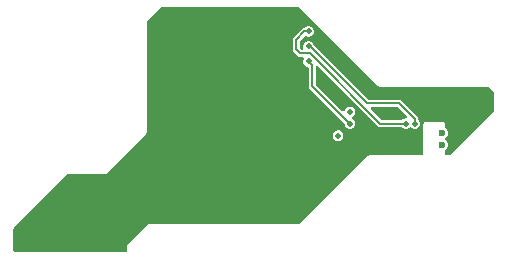
<source format=gbr>
%TF.GenerationSoftware,KiCad,Pcbnew,8.99.0-unknown-4e8e14ae3a~177~ubuntu22.04.1*%
%TF.CreationDate,2024-03-17T17:43:00+10:00*%
%TF.ProjectId,MXBreakout,4d584272-6561-46b6-9f75-742e6b696361,rev?*%
%TF.SameCoordinates,Original*%
%TF.FileFunction,Copper,L2,Bot*%
%TF.FilePolarity,Positive*%
%FSLAX46Y46*%
G04 Gerber Fmt 4.6, Leading zero omitted, Abs format (unit mm)*
G04 Created by KiCad (PCBNEW 8.99.0-unknown-4e8e14ae3a~177~ubuntu22.04.1) date 2024-03-17 17:43:00*
%MOMM*%
%LPD*%
G01*
G04 APERTURE LIST*
%TA.AperFunction,ComponentPad*%
%ADD10C,0.500000*%
%TD*%
%TA.AperFunction,ComponentPad*%
%ADD11C,0.600000*%
%TD*%
%TA.AperFunction,ViaPad*%
%ADD12C,0.800000*%
%TD*%
%TA.AperFunction,ViaPad*%
%ADD13C,0.500000*%
%TD*%
%TA.AperFunction,ViaPad*%
%ADD14C,0.600000*%
%TD*%
%TA.AperFunction,Conductor*%
%ADD15C,0.200000*%
%TD*%
G04 APERTURE END LIST*
D10*
%TO.P,TP4,1,1*%
%TO.N,/DATA0*%
X74000000Y-54000000D03*
%TD*%
%TO.P,TP3,1,1*%
%TO.N,GND*%
X84100000Y-52625000D03*
%TD*%
%TO.P,TP11,1,1*%
%TO.N,Net-(U10-RST)*%
X74000000Y-53025000D03*
%TD*%
%TO.P,TP3,1,1*%
%TO.N,GND*%
X85600000Y-52625000D03*
%TD*%
%TO.P,TP6,1,1*%
%TO.N,/DATA2*%
X78750000Y-54000000D03*
%TD*%
%TO.P,TP7,1,1*%
%TO.N,/DATA3*%
X73000000Y-55025000D03*
%TD*%
D11*
%TO.P,REF\u002A\u002A,1*%
%TO.N,GND*%
X46500000Y-64300000D03*
%TD*%
D10*
%TO.P,TP5,1,1*%
%TO.N,/DATA1*%
X79500000Y-54000000D03*
%TD*%
D12*
%TO.N,GND*%
X65000000Y-56525000D03*
X72500000Y-56525000D03*
X50000000Y-61525000D03*
X62500000Y-56525000D03*
X75000000Y-56525000D03*
X52500000Y-61525000D03*
X62500000Y-51525000D03*
X80000000Y-51525000D03*
X62500000Y-61525000D03*
X65000000Y-51525000D03*
X52500000Y-59025000D03*
X64999203Y-61524203D03*
X50000000Y-59025000D03*
X62500000Y-59025000D03*
X62500000Y-46525000D03*
X65000000Y-46525000D03*
X62500000Y-49025000D03*
X65000000Y-49025000D03*
X65000000Y-54025000D03*
X47500000Y-64025000D03*
X65000000Y-59025000D03*
X82500000Y-51525000D03*
X72500000Y-59025000D03*
X62500000Y-54025000D03*
X47500000Y-61525000D03*
X77500000Y-51525000D03*
D13*
%TO.N,/DATA0*%
X70500000Y-48750000D03*
%TO.N,/DATA1*%
X70500000Y-47475000D03*
%TO.N,/DATA2*%
X70500000Y-46210000D03*
D14*
%TO.N,+3.3V*%
X81800000Y-55800000D03*
X81800000Y-54800000D03*
%TD*%
D15*
%TO.N,/DATA0*%
X74000000Y-54000000D02*
X70800000Y-50800000D01*
X70800000Y-49050000D02*
X70500000Y-48750000D01*
X70800000Y-50800000D02*
X70800000Y-49050000D01*
%TO.N,/DATA1*%
X79500000Y-54000000D02*
X79500000Y-53646447D01*
X70650000Y-47475000D02*
X70500000Y-47475000D01*
X79500000Y-53646447D02*
X78128553Y-52275000D01*
X78128553Y-52275000D02*
X75450000Y-52275000D01*
X75450000Y-52275000D02*
X70650000Y-47475000D01*
%TO.N,/DATA2*%
X70500000Y-46210000D02*
X70145000Y-46210000D01*
X70145000Y-46210000D02*
X69450000Y-46905000D01*
X70625244Y-48055000D02*
X76570244Y-54000000D01*
X69450000Y-46905000D02*
X69450000Y-47726409D01*
X69778591Y-48055000D02*
X70625244Y-48055000D01*
X76570244Y-54000000D02*
X78750000Y-54000000D01*
X69450000Y-47726409D02*
X69778591Y-48055000D01*
%TD*%
%TA.AperFunction,Conductor*%
%TO.N,GND*%
G36*
X69761916Y-44195185D02*
G01*
X69782558Y-44211819D01*
X76355563Y-50784824D01*
X76355576Y-50784839D01*
X76397868Y-50827129D01*
X76397871Y-50827132D01*
X76433103Y-50862364D01*
X76525172Y-50900500D01*
X76525174Y-50900500D01*
X76639261Y-50900500D01*
X76639265Y-50900498D01*
X85719959Y-50900420D01*
X85786998Y-50920104D01*
X85807640Y-50936739D01*
X86188262Y-51317361D01*
X86221747Y-51378684D01*
X86224581Y-51405042D01*
X86224581Y-52894796D01*
X86204896Y-52961835D01*
X86188262Y-52982477D01*
X82532558Y-56638181D01*
X82471235Y-56671666D01*
X82444877Y-56674500D01*
X82174500Y-56674500D01*
X82107461Y-56654815D01*
X82061706Y-56602011D01*
X82050500Y-56550500D01*
X82050500Y-56301668D01*
X82070185Y-56234629D01*
X82107458Y-56197354D01*
X82131128Y-56182143D01*
X82225377Y-56073373D01*
X82285165Y-55942457D01*
X82305647Y-55800000D01*
X82285165Y-55657543D01*
X82225377Y-55526627D01*
X82225375Y-55526625D01*
X82225374Y-55526622D01*
X82131133Y-55417862D01*
X82131128Y-55417857D01*
X82121020Y-55411361D01*
X82110055Y-55404314D01*
X82064302Y-55351512D01*
X82054358Y-55282353D01*
X82083383Y-55218797D01*
X82110058Y-55195684D01*
X82131125Y-55182145D01*
X82131125Y-55182144D01*
X82131128Y-55182143D01*
X82225377Y-55073373D01*
X82285165Y-54942457D01*
X82305647Y-54800000D01*
X82285165Y-54657543D01*
X82225377Y-54526627D01*
X82225375Y-54526625D01*
X82225374Y-54526622D01*
X82131133Y-54417862D01*
X82131129Y-54417858D01*
X82131128Y-54417857D01*
X82107458Y-54402645D01*
X82061705Y-54349841D01*
X82050500Y-54298331D01*
X82050500Y-54050173D01*
X82050499Y-54050170D01*
X82039429Y-54023445D01*
X82012364Y-53958103D01*
X81941897Y-53887636D01*
X81849829Y-53849500D01*
X81849828Y-53849500D01*
X80499828Y-53849500D01*
X80400172Y-53849500D01*
X80400170Y-53849500D01*
X80308102Y-53887636D01*
X80237636Y-53958102D01*
X80199500Y-54050170D01*
X80199500Y-56550500D01*
X80179815Y-56617539D01*
X80127011Y-56663294D01*
X80075500Y-56674500D01*
X75600170Y-56674500D01*
X75508102Y-56712636D01*
X75508101Y-56712637D01*
X69732558Y-62488181D01*
X69671235Y-62521666D01*
X69644877Y-62524500D01*
X57064270Y-62524500D01*
X57064262Y-62524499D01*
X57049828Y-62524499D01*
X56950173Y-62524499D01*
X56950172Y-62524499D01*
X56923206Y-62535669D01*
X56896240Y-62546839D01*
X56858103Y-62562636D01*
X56858101Y-62562637D01*
X56787635Y-62633104D01*
X55240662Y-64180076D01*
X55240661Y-64180076D01*
X55240662Y-64180077D01*
X55187636Y-64233103D01*
X55149500Y-64325170D01*
X55149500Y-64725500D01*
X55129815Y-64792539D01*
X55077011Y-64838294D01*
X55025500Y-64849500D01*
X45624500Y-64849500D01*
X45557461Y-64829815D01*
X45511706Y-64777011D01*
X45500500Y-64725500D01*
X45500500Y-62930123D01*
X45520185Y-62863084D01*
X45536819Y-62842442D01*
X50067442Y-58311819D01*
X50128765Y-58278334D01*
X50155123Y-58275500D01*
X53299826Y-58275500D01*
X53299828Y-58275500D01*
X53391897Y-58237364D01*
X56604259Y-55024999D01*
X72544867Y-55024999D01*
X72548238Y-55048445D01*
X72549500Y-55066092D01*
X72549500Y-55084310D01*
X72555991Y-55108537D01*
X72558952Y-55122976D01*
X72563301Y-55153222D01*
X72563302Y-55153225D01*
X72570286Y-55168518D01*
X72577264Y-55187927D01*
X72577267Y-55187940D01*
X72580201Y-55198886D01*
X72596170Y-55226545D01*
X72601574Y-55237027D01*
X72617118Y-55271063D01*
X72623612Y-55278558D01*
X72637291Y-55297767D01*
X72639510Y-55301612D01*
X72666920Y-55329022D01*
X72672952Y-55335500D01*
X72701951Y-55368967D01*
X72704485Y-55370595D01*
X72716897Y-55380598D01*
X72716941Y-55380542D01*
X72723381Y-55385483D01*
X72723387Y-55385489D01*
X72762871Y-55408285D01*
X72762878Y-55408289D01*
X72767918Y-55411361D01*
X72810930Y-55439004D01*
X72812226Y-55439595D01*
X72821171Y-55442751D01*
X72826107Y-55444795D01*
X72826114Y-55444799D01*
X72874940Y-55457881D01*
X72876778Y-55458374D01*
X72879580Y-55459160D01*
X72935228Y-55475500D01*
X73064772Y-55475500D01*
X73120426Y-55459157D01*
X73123243Y-55458368D01*
X73173886Y-55444799D01*
X73173892Y-55444795D01*
X73178821Y-55442754D01*
X73187768Y-55439597D01*
X73189062Y-55439005D01*
X73189069Y-55439004D01*
X73232114Y-55411339D01*
X73237086Y-55408309D01*
X73276613Y-55385489D01*
X73276618Y-55385483D01*
X73283068Y-55380536D01*
X73283111Y-55380593D01*
X73295525Y-55370588D01*
X73298049Y-55368967D01*
X73327054Y-55335491D01*
X73333060Y-55329040D01*
X73360489Y-55301613D01*
X73362708Y-55297767D01*
X73376391Y-55278553D01*
X73382882Y-55271063D01*
X73398428Y-55237018D01*
X73403822Y-55226555D01*
X73419799Y-55198886D01*
X73422734Y-55187931D01*
X73429715Y-55168513D01*
X73436697Y-55153226D01*
X73441046Y-55122976D01*
X73444007Y-55108537D01*
X73450500Y-55084309D01*
X73450500Y-55066092D01*
X73451762Y-55048445D01*
X73455133Y-55024999D01*
X73451762Y-55001552D01*
X73450500Y-54983906D01*
X73450500Y-54965692D01*
X73447583Y-54954806D01*
X73444004Y-54941451D01*
X73441044Y-54927013D01*
X73436697Y-54896776D01*
X73436696Y-54896771D01*
X73433780Y-54890387D01*
X73429713Y-54881481D01*
X73422734Y-54862069D01*
X73419799Y-54851114D01*
X73403826Y-54823450D01*
X73398427Y-54812975D01*
X73382884Y-54778941D01*
X73382883Y-54778940D01*
X73382882Y-54778937D01*
X73376385Y-54771439D01*
X73362709Y-54752233D01*
X73360488Y-54748386D01*
X73333062Y-54720960D01*
X73327046Y-54714498D01*
X73327034Y-54714484D01*
X73298049Y-54681033D01*
X73298047Y-54681032D01*
X73298048Y-54681032D01*
X73295508Y-54679400D01*
X73283101Y-54669401D01*
X73283059Y-54669458D01*
X73276617Y-54664515D01*
X73276613Y-54664511D01*
X73259933Y-54654881D01*
X73237115Y-54641706D01*
X73232078Y-54638636D01*
X73189068Y-54610995D01*
X73187773Y-54610404D01*
X73178845Y-54607254D01*
X73173887Y-54605200D01*
X73123195Y-54591617D01*
X73120358Y-54590821D01*
X73064772Y-54574500D01*
X72935228Y-54574500D01*
X72879584Y-54590837D01*
X72876747Y-54591633D01*
X72826112Y-54605201D01*
X72821148Y-54607257D01*
X72812223Y-54610405D01*
X72810932Y-54610995D01*
X72767923Y-54638635D01*
X72762887Y-54641704D01*
X72723388Y-54664509D01*
X72716942Y-54669456D01*
X72716900Y-54669401D01*
X72704501Y-54679392D01*
X72701956Y-54681027D01*
X72701951Y-54681032D01*
X72672965Y-54714484D01*
X72666936Y-54720960D01*
X72639511Y-54748386D01*
X72637283Y-54752245D01*
X72623618Y-54771435D01*
X72617117Y-54778937D01*
X72601574Y-54812971D01*
X72596169Y-54823454D01*
X72580202Y-54851110D01*
X72577265Y-54862069D01*
X72570290Y-54881472D01*
X72563302Y-54896774D01*
X72563301Y-54896780D01*
X72558952Y-54927023D01*
X72555990Y-54941464D01*
X72549501Y-54965683D01*
X72549500Y-54965691D01*
X72549500Y-54983906D01*
X72548238Y-55001552D01*
X72544867Y-55024999D01*
X56604259Y-55024999D01*
X56674455Y-54954803D01*
X56674458Y-54954802D01*
X56691896Y-54937364D01*
X56691897Y-54937364D01*
X56762364Y-54866897D01*
X56773534Y-54839930D01*
X56800501Y-54774828D01*
X56800501Y-54675172D01*
X56800501Y-54665183D01*
X56800500Y-54665169D01*
X56800500Y-47765971D01*
X69149500Y-47765971D01*
X69159739Y-47804184D01*
X69169979Y-47842400D01*
X69169981Y-47842403D01*
X69196885Y-47889001D01*
X69196886Y-47889003D01*
X69209537Y-47910916D01*
X69209539Y-47910919D01*
X69209540Y-47910920D01*
X69538131Y-48239511D01*
X69594080Y-48295460D01*
X69594082Y-48295461D01*
X69594086Y-48295464D01*
X69662595Y-48335017D01*
X69662602Y-48335021D01*
X69739029Y-48355500D01*
X69818153Y-48355500D01*
X69991959Y-48355500D01*
X70058998Y-48375185D01*
X70104753Y-48427989D01*
X70114697Y-48497147D01*
X70104753Y-48531012D01*
X70063302Y-48621774D01*
X70044867Y-48750000D01*
X70063302Y-48878225D01*
X70089239Y-48935017D01*
X70117118Y-48996063D01*
X70201951Y-49093967D01*
X70310931Y-49164004D01*
X70410435Y-49193220D01*
X70469212Y-49230993D01*
X70498238Y-49294548D01*
X70499500Y-49312197D01*
X70499500Y-50839562D01*
X70505610Y-50862363D01*
X70519979Y-50915990D01*
X70519982Y-50915995D01*
X70559535Y-50984504D01*
X70559541Y-50984512D01*
X73510618Y-53935589D01*
X73544103Y-53996912D01*
X73545674Y-54005619D01*
X73548237Y-54023441D01*
X73549500Y-54041092D01*
X73549500Y-54059310D01*
X73555991Y-54083537D01*
X73558952Y-54097976D01*
X73563301Y-54128222D01*
X73563302Y-54128225D01*
X73570286Y-54143518D01*
X73577264Y-54162927D01*
X73577267Y-54162940D01*
X73580201Y-54173886D01*
X73596170Y-54201545D01*
X73601574Y-54212027D01*
X73617118Y-54246063D01*
X73623612Y-54253558D01*
X73637291Y-54272767D01*
X73639510Y-54276612D01*
X73666920Y-54304022D01*
X73672952Y-54310500D01*
X73701951Y-54343967D01*
X73704485Y-54345595D01*
X73716897Y-54355598D01*
X73716941Y-54355542D01*
X73723381Y-54360483D01*
X73723387Y-54360489D01*
X73762871Y-54383285D01*
X73762878Y-54383289D01*
X73767918Y-54386361D01*
X73810930Y-54414004D01*
X73812226Y-54414595D01*
X73821171Y-54417751D01*
X73826107Y-54419795D01*
X73826114Y-54419799D01*
X73874940Y-54432881D01*
X73876778Y-54433374D01*
X73879580Y-54434160D01*
X73935228Y-54450500D01*
X74064772Y-54450500D01*
X74120426Y-54434157D01*
X74123243Y-54433368D01*
X74173886Y-54419799D01*
X74173892Y-54419795D01*
X74178821Y-54417754D01*
X74187768Y-54414597D01*
X74189062Y-54414005D01*
X74189069Y-54414004D01*
X74232114Y-54386339D01*
X74237086Y-54383309D01*
X74276613Y-54360489D01*
X74276618Y-54360483D01*
X74283068Y-54355536D01*
X74283111Y-54355593D01*
X74295525Y-54345588D01*
X74298049Y-54343967D01*
X74327054Y-54310491D01*
X74333060Y-54304040D01*
X74360489Y-54276613D01*
X74362708Y-54272767D01*
X74376391Y-54253553D01*
X74382882Y-54246063D01*
X74398428Y-54212018D01*
X74403822Y-54201555D01*
X74419799Y-54173886D01*
X74422734Y-54162931D01*
X74429715Y-54143513D01*
X74436697Y-54128226D01*
X74441046Y-54097976D01*
X74444007Y-54083537D01*
X74450500Y-54059309D01*
X74450500Y-54041092D01*
X74451762Y-54023445D01*
X74455133Y-53999999D01*
X74451762Y-53976552D01*
X74450500Y-53958906D01*
X74450500Y-53940692D01*
X74450500Y-53940691D01*
X74444004Y-53916451D01*
X74441044Y-53902013D01*
X74436697Y-53871776D01*
X74436696Y-53871771D01*
X74433780Y-53865387D01*
X74429713Y-53856481D01*
X74422735Y-53837074D01*
X74419799Y-53826114D01*
X74403826Y-53798450D01*
X74398427Y-53787975D01*
X74382884Y-53753941D01*
X74382882Y-53753938D01*
X74382882Y-53753937D01*
X74376385Y-53746439D01*
X74362709Y-53727233D01*
X74360488Y-53723386D01*
X74355999Y-53718897D01*
X74333065Y-53695963D01*
X74327046Y-53689498D01*
X74298049Y-53656033D01*
X74298047Y-53656032D01*
X74298048Y-53656032D01*
X74295508Y-53654400D01*
X74283101Y-53644401D01*
X74283059Y-53644458D01*
X74276617Y-53639515D01*
X74276613Y-53639511D01*
X74260583Y-53630256D01*
X74242621Y-53619885D01*
X74194406Y-53569317D01*
X74181185Y-53500710D01*
X74207154Y-53435846D01*
X74242623Y-53405112D01*
X74276613Y-53385489D01*
X74276616Y-53385485D01*
X74283068Y-53380536D01*
X74283111Y-53380593D01*
X74295525Y-53370588D01*
X74298049Y-53368967D01*
X74327054Y-53335491D01*
X74333060Y-53329040D01*
X74360489Y-53301613D01*
X74362708Y-53297767D01*
X74376387Y-53278557D01*
X74382882Y-53271063D01*
X74398428Y-53237018D01*
X74403822Y-53226555D01*
X74419799Y-53198886D01*
X74422734Y-53187931D01*
X74429715Y-53168513D01*
X74436697Y-53153226D01*
X74441044Y-53122985D01*
X74444005Y-53108544D01*
X74450500Y-53084309D01*
X74450500Y-53066092D01*
X74451762Y-53048445D01*
X74455133Y-53024999D01*
X74451762Y-53001552D01*
X74450500Y-52983906D01*
X74450500Y-52965692D01*
X74450500Y-52965691D01*
X74444004Y-52941451D01*
X74441044Y-52927013D01*
X74436697Y-52896776D01*
X74436696Y-52896771D01*
X74433780Y-52890387D01*
X74429713Y-52881481D01*
X74422734Y-52862069D01*
X74419799Y-52851114D01*
X74403826Y-52823450D01*
X74398427Y-52812975D01*
X74382884Y-52778941D01*
X74382883Y-52778940D01*
X74382882Y-52778937D01*
X74376385Y-52771439D01*
X74362709Y-52752233D01*
X74360488Y-52748386D01*
X74333062Y-52720960D01*
X74327046Y-52714498D01*
X74327034Y-52714484D01*
X74298049Y-52681033D01*
X74298047Y-52681032D01*
X74298048Y-52681032D01*
X74295508Y-52679400D01*
X74283101Y-52669401D01*
X74283059Y-52669458D01*
X74276617Y-52664515D01*
X74276613Y-52664511D01*
X74259933Y-52654881D01*
X74237115Y-52641706D01*
X74232078Y-52638636D01*
X74189068Y-52610995D01*
X74187773Y-52610404D01*
X74178845Y-52607254D01*
X74173887Y-52605200D01*
X74123195Y-52591617D01*
X74120358Y-52590821D01*
X74064772Y-52574500D01*
X73935228Y-52574500D01*
X73879584Y-52590837D01*
X73876747Y-52591633D01*
X73826112Y-52605201D01*
X73821148Y-52607257D01*
X73812223Y-52610405D01*
X73810932Y-52610995D01*
X73767923Y-52638635D01*
X73762887Y-52641704D01*
X73723388Y-52664509D01*
X73716942Y-52669456D01*
X73716900Y-52669401D01*
X73704501Y-52679392D01*
X73701956Y-52681027D01*
X73701951Y-52681032D01*
X73672965Y-52714484D01*
X73666936Y-52720960D01*
X73639511Y-52748386D01*
X73637283Y-52752245D01*
X73623618Y-52771435D01*
X73617117Y-52778937D01*
X73601574Y-52812971D01*
X73596169Y-52823454D01*
X73580202Y-52851110D01*
X73577265Y-52862069D01*
X73570288Y-52881475D01*
X73561764Y-52900142D01*
X73516012Y-52952948D01*
X73448973Y-52972635D01*
X73381933Y-52952953D01*
X73361287Y-52936316D01*
X71136819Y-50711848D01*
X71103334Y-50650525D01*
X71100500Y-50624167D01*
X71100500Y-49254589D01*
X71120185Y-49187550D01*
X71172989Y-49141795D01*
X71242147Y-49131851D01*
X71305703Y-49160876D01*
X71312181Y-49166908D01*
X76385733Y-54240460D01*
X76454256Y-54280022D01*
X76530682Y-54300500D01*
X78357657Y-54300500D01*
X78424696Y-54320185D01*
X78451369Y-54343296D01*
X78451949Y-54343965D01*
X78451951Y-54343967D01*
X78560931Y-54414004D01*
X78629619Y-54434172D01*
X78685225Y-54450499D01*
X78685227Y-54450500D01*
X78685228Y-54450500D01*
X78814773Y-54450500D01*
X78814773Y-54450499D01*
X78939069Y-54414004D01*
X79048049Y-54343967D01*
X79048049Y-54343966D01*
X79055510Y-54339172D01*
X79057065Y-54341592D01*
X79107347Y-54318627D01*
X79176506Y-54328567D01*
X79194056Y-54339846D01*
X79194490Y-54339172D01*
X79201950Y-54343966D01*
X79201951Y-54343967D01*
X79310931Y-54414004D01*
X79379619Y-54434172D01*
X79435225Y-54450499D01*
X79435227Y-54450500D01*
X79435228Y-54450500D01*
X79564773Y-54450500D01*
X79564773Y-54450499D01*
X79689069Y-54414004D01*
X79798049Y-54343967D01*
X79882882Y-54246063D01*
X79936697Y-54128226D01*
X79955133Y-54000000D01*
X79936697Y-53871774D01*
X79882882Y-53753937D01*
X79882880Y-53753935D01*
X79882879Y-53753932D01*
X79830786Y-53693812D01*
X79801762Y-53630256D01*
X79800500Y-53612611D01*
X79800500Y-53606886D01*
X79800500Y-53606885D01*
X79780021Y-53530458D01*
X79762846Y-53500710D01*
X79740464Y-53461942D01*
X79740458Y-53461934D01*
X78313065Y-52034541D01*
X78313057Y-52034535D01*
X78244548Y-51994982D01*
X78244543Y-51994979D01*
X78219066Y-51988152D01*
X78168115Y-51974500D01*
X78168113Y-51974500D01*
X75625833Y-51974500D01*
X75558794Y-51954815D01*
X75538152Y-51938181D01*
X70944069Y-47344098D01*
X70918956Y-47307928D01*
X70882883Y-47228940D01*
X70882882Y-47228938D01*
X70882882Y-47228937D01*
X70798049Y-47131033D01*
X70689069Y-47060996D01*
X70689065Y-47060994D01*
X70689064Y-47060994D01*
X70564774Y-47024500D01*
X70564772Y-47024500D01*
X70435228Y-47024500D01*
X70435226Y-47024500D01*
X70310935Y-47060994D01*
X70310932Y-47060995D01*
X70310931Y-47060996D01*
X70259677Y-47093934D01*
X70201950Y-47131033D01*
X70117118Y-47228937D01*
X70117117Y-47228938D01*
X70063302Y-47346774D01*
X70044867Y-47475000D01*
X70062592Y-47598283D01*
X70052648Y-47667442D01*
X70006893Y-47720246D01*
X69939854Y-47739930D01*
X69872814Y-47720245D01*
X69852173Y-47703611D01*
X69786819Y-47638257D01*
X69753334Y-47576934D01*
X69750500Y-47550576D01*
X69750500Y-47080832D01*
X69770185Y-47013793D01*
X69786815Y-46993155D01*
X70145937Y-46634032D01*
X70207258Y-46600549D01*
X70276949Y-46605533D01*
X70300651Y-46617397D01*
X70310931Y-46624004D01*
X70310933Y-46624004D01*
X70310934Y-46624005D01*
X70435225Y-46660499D01*
X70435227Y-46660500D01*
X70435228Y-46660500D01*
X70564773Y-46660500D01*
X70564773Y-46660499D01*
X70689069Y-46624004D01*
X70798049Y-46553967D01*
X70882882Y-46456063D01*
X70936697Y-46338226D01*
X70955133Y-46210000D01*
X70936697Y-46081774D01*
X70882882Y-45963937D01*
X70798049Y-45866033D01*
X70689069Y-45795996D01*
X70689065Y-45795994D01*
X70689064Y-45795994D01*
X70564774Y-45759500D01*
X70564772Y-45759500D01*
X70435228Y-45759500D01*
X70435226Y-45759500D01*
X70310935Y-45795994D01*
X70310932Y-45795995D01*
X70310931Y-45795996D01*
X70238277Y-45842687D01*
X70201949Y-45866034D01*
X70201369Y-45866704D01*
X70200620Y-45867184D01*
X70195246Y-45871842D01*
X70194576Y-45871069D01*
X70142591Y-45904477D01*
X70107657Y-45909500D01*
X70105438Y-45909500D01*
X70067224Y-45919739D01*
X70029009Y-45929979D01*
X69993015Y-45950760D01*
X69970194Y-45963937D01*
X69965341Y-45966738D01*
X69960488Y-45969540D01*
X69209541Y-46720487D01*
X69209535Y-46720495D01*
X69169982Y-46789004D01*
X69169979Y-46789009D01*
X69156326Y-46839962D01*
X69149500Y-46865438D01*
X69149500Y-47765971D01*
X56800500Y-47765971D01*
X56800500Y-45380122D01*
X56820185Y-45313083D01*
X56836819Y-45292441D01*
X57917441Y-44211819D01*
X57978764Y-44178334D01*
X58005122Y-44175500D01*
X69694877Y-44175500D01*
X69761916Y-44195185D01*
G37*
%TD.AperFunction*%
%TD*%
%TA.AperFunction,NonConductor*%
G36*
X78019759Y-52595185D02*
G01*
X78040401Y-52611819D01*
X78766401Y-53337819D01*
X78799886Y-53399142D01*
X78794902Y-53468834D01*
X78753030Y-53524767D01*
X78693806Y-53546856D01*
X78694005Y-53548238D01*
X78687654Y-53549150D01*
X78687566Y-53549184D01*
X78687377Y-53549190D01*
X78685225Y-53549500D01*
X78560935Y-53585994D01*
X78560932Y-53585995D01*
X78560931Y-53585996D01*
X78508199Y-53619885D01*
X78451949Y-53656034D01*
X78451369Y-53656704D01*
X78450620Y-53657184D01*
X78445246Y-53661842D01*
X78444576Y-53661069D01*
X78392591Y-53694477D01*
X78357657Y-53699500D01*
X76746077Y-53699500D01*
X76679038Y-53679815D01*
X76658396Y-53663181D01*
X75782396Y-52787181D01*
X75748911Y-52725858D01*
X75753895Y-52656166D01*
X75795767Y-52600233D01*
X75861231Y-52575816D01*
X75870077Y-52575500D01*
X77952720Y-52575500D01*
X78019759Y-52595185D01*
G37*
%TD.AperFunction*%
M02*

</source>
